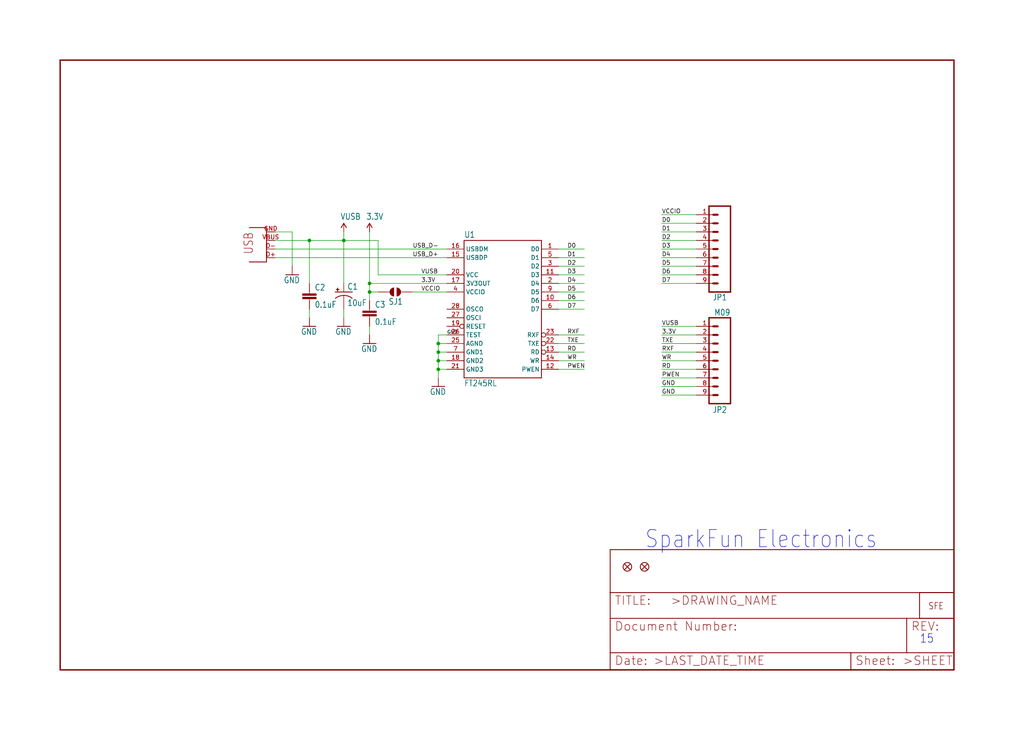
<source format=kicad_sch>
(kicad_sch (version 20211123) (generator eeschema)
  (paper "User" 302.666 218.846)
  (lib_symbols
    (symbol "eagleSchem-eagle-import:CAP0402-CAP"
      (property "Reference" "C" (at 1.524 2.921 0))
      (property "Value" "CAP0402-CAP" (at 1.524 -2.159 0))
      (symbol "CAP0402-CAP_1_0"
        (rectangle (start -2.032 0.508) (end 2.032 1.016) (fill (type outline)))
        (rectangle (start -2.032 1.524) (end 2.032 2.032) (fill (type outline)))
        (polyline (pts (xy 0 0) (xy 0 0.508)) (stroke (width 0.1524)))
        (polyline (pts (xy 0 2.54) (xy 0 2.032)) (stroke (width 0.1524)))
        (pin passive line (at 0 5.08 270) (length 2.54) (name "1") (number "1"))
        (pin passive line (at 0 -2.54 90) (length 2.54) (name "2") (number "2"))
      )
    )
    (symbol "eagleSchem-eagle-import:CAP_POL1206"
      (property "Reference" "C" (at 1.016 0.635 0))
      (property "Value" "CAP_POL1206" (at 1.016 -4.191 0))
      (symbol "CAP_POL1206_1_0"
        (rectangle (start -2.253 0.668) (end -1.364 0.795) (fill (type outline)))
        (rectangle (start -1.872 0.287) (end -1.745 1.176) (fill (type outline)))
        (arc (start 0 -1.0161) (mid -1.3021 -1.2302) (end -2.4669 -1.8504) (stroke (width 0.254)))
        (polyline (pts (xy -2.54 0) (xy 2.54 0)) (stroke (width 0.254)))
        (polyline (pts (xy 0 -1.016) (xy 0 -2.54)) (stroke (width 0.1524)))
        (arc (start 2.4892 -1.8542) (mid 1.3158 -1.2195) (end 0 -1) (stroke (width 0.254)))
        (pin passive line (at 0 2.54 270) (length 2.54) (name "+") (number "A"))
        (pin passive line (at 0 -5.08 90) (length 2.54) (name "-") (number "C"))
      )
    )
    (symbol "eagleSchem-eagle-import:DINA4_L"
      (symbol "DINA4_L_1_0"
        (polyline (pts (xy 0 0) (xy 264.16 0)) (stroke (width 0.4064)))
        (polyline (pts (xy 0 180.34) (xy 0 0)) (stroke (width 0.4064)))
        (polyline (pts (xy 264.16 0) (xy 264.16 180.34)) (stroke (width 0.4064)))
        (polyline (pts (xy 264.16 180.34) (xy 0 180.34)) (stroke (width 0.4064)))
      )
      (symbol "DINA4_L_2_0"
        (polyline (pts (xy 0 0) (xy 0 5.08)) (stroke (width 0.254)))
        (polyline (pts (xy 0 0) (xy 71.12 0)) (stroke (width 0.254)))
        (polyline (pts (xy 0 5.08) (xy 0 15.24)) (stroke (width 0.254)))
        (polyline (pts (xy 0 5.08) (xy 71.12 5.08)) (stroke (width 0.254)))
        (polyline (pts (xy 0 15.24) (xy 0 22.86)) (stroke (width 0.254)))
        (polyline (pts (xy 0 22.86) (xy 0 35.56)) (stroke (width 0.254)))
        (polyline (pts (xy 0 22.86) (xy 101.6 22.86)) (stroke (width 0.254)))
        (polyline (pts (xy 71.12 0) (xy 101.6 0)) (stroke (width 0.254)))
        (polyline (pts (xy 71.12 5.08) (xy 71.12 0)) (stroke (width 0.254)))
        (polyline (pts (xy 71.12 5.08) (xy 87.63 5.08)) (stroke (width 0.254)))
        (polyline (pts (xy 87.63 5.08) (xy 101.6 5.08)) (stroke (width 0.254)))
        (polyline (pts (xy 87.63 15.24) (xy 0 15.24)) (stroke (width 0.254)))
        (polyline (pts (xy 87.63 15.24) (xy 87.63 5.08)) (stroke (width 0.254)))
        (polyline (pts (xy 101.6 5.08) (xy 101.6 0)) (stroke (width 0.254)))
        (polyline (pts (xy 101.6 15.24) (xy 87.63 15.24)) (stroke (width 0.254)))
        (polyline (pts (xy 101.6 15.24) (xy 101.6 5.08)) (stroke (width 0.254)))
        (polyline (pts (xy 101.6 22.86) (xy 101.6 15.24)) (stroke (width 0.254)))
        (polyline (pts (xy 101.6 35.56) (xy 0 35.56)) (stroke (width 0.254)))
        (polyline (pts (xy 101.6 35.56) (xy 101.6 22.86)) (stroke (width 0.254)))
        (text ">DRAWING_NAME" (at 17.78 19.05 0) (effects (font (size 2.54 2.54)) (justify left bottom)))
        (text ">LAST_DATE_TIME" (at 12.7 1.27 0) (effects (font (size 2.54 2.54)) (justify left bottom)))
        (text ">SHEET" (at 86.36 1.27 0) (effects (font (size 2.54 2.54)) (justify left bottom)))
        (text "Date:" (at 1.27 1.27 0) (effects (font (size 2.54 2.54)) (justify left bottom)))
        (text "Document Number:" (at 1.27 11.43 0) (effects (font (size 2.54 2.54)) (justify left bottom)))
        (text "REV:" (at 88.9 11.43 0) (effects (font (size 2.54 2.54)) (justify left bottom)))
        (text "Sheet:" (at 72.39 1.27 0) (effects (font (size 2.54 2.54)) (justify left bottom)))
        (text "TITLE:" (at 1.27 19.05 0) (effects (font (size 2.54 2.54)) (justify left bottom)))
      )
    )
    (symbol "eagleSchem-eagle-import:FIDUCIAL1X2"
      (symbol "FIDUCIAL1X2_1_0"
        (polyline (pts (xy -0.762 0.762) (xy 0.762 -0.762)) (stroke (width 0.254)))
        (polyline (pts (xy 0.762 0.762) (xy -0.762 -0.762)) (stroke (width 0.254)))
        (circle (center 0 0) (radius 1.27) (stroke (width 0.254)))
      )
    )
    (symbol "eagleSchem-eagle-import:FT245RL"
      (property "Value" "FT245RL" (at -12.7 -22.86 0))
      (symbol "FT245RL_1_0"
        (polyline (pts (xy -12.7 -20.32) (xy -12.7 20.32)) (stroke (width 0.254)))
        (polyline (pts (xy -12.7 20.32) (xy 10.16 20.32)) (stroke (width 0.254)))
        (polyline (pts (xy 10.16 -20.32) (xy -12.7 -20.32)) (stroke (width 0.254)))
        (polyline (pts (xy 10.16 20.32) (xy 10.16 -20.32)) (stroke (width 0.254)))
        (pin output line (at 15.24 17.78 180) (length 5.08) (name "D0") (number "1"))
        (pin input line (at 15.24 2.54 180) (length 5.08) (name "D6") (number "10"))
        (pin input line (at 15.24 10.16 180) (length 5.08) (name "D3") (number "11"))
        (pin bidirectional line (at 15.24 -17.78 180) (length 5.08) (name "PWEN") (number "12"))
        (pin bidirectional inverted (at 15.24 -12.7 180) (length 5.08) (name "RD") (number "13"))
        (pin bidirectional line (at 15.24 -15.24 180) (length 5.08) (name "WR") (number "14"))
        (pin bidirectional line (at -17.78 15.24 0) (length 5.08) (name "USBDP") (number "15"))
        (pin bidirectional line (at -17.78 17.78 0) (length 5.08) (name "USBDM") (number "16"))
        (pin output line (at -17.78 7.62 0) (length 5.08) (name "3V3OUT") (number "17"))
        (pin power_in line (at -17.78 -15.24 0) (length 5.08) (name "GND2") (number "18"))
        (pin input inverted (at -17.78 -5.08 0) (length 5.08) (name "RESET") (number "19"))
        (pin output line (at 15.24 7.62 180) (length 5.08) (name "D4") (number "2"))
        (pin power_in line (at -17.78 10.16 0) (length 5.08) (name "VCC") (number "20"))
        (pin power_in line (at -17.78 -17.78 0) (length 5.08) (name "GND3") (number "21"))
        (pin bidirectional inverted (at 15.24 -10.16 180) (length 5.08) (name "TXE") (number "22"))
        (pin bidirectional inverted (at 15.24 -7.62 180) (length 5.08) (name "RXF") (number "23"))
        (pin power_in line (at -17.78 -10.16 0) (length 5.08) (name "AGND") (number "25"))
        (pin input line (at -17.78 -7.62 0) (length 5.08) (name "TEST") (number "26"))
        (pin input line (at -17.78 -2.54 0) (length 5.08) (name "OSCI") (number "27"))
        (pin output line (at -17.78 0 0) (length 5.08) (name "OSCO") (number "28"))
        (pin output line (at 15.24 12.7 180) (length 5.08) (name "D2") (number "3"))
        (pin power_in line (at -17.78 5.08 0) (length 5.08) (name "VCCIO") (number "4"))
        (pin input line (at 15.24 15.24 180) (length 5.08) (name "D1") (number "5"))
        (pin input line (at 15.24 0 180) (length 5.08) (name "D7") (number "6"))
        (pin power_in line (at -17.78 -12.7 0) (length 5.08) (name "GND1") (number "7"))
        (pin input line (at 15.24 5.08 180) (length 5.08) (name "D5") (number "9"))
      )
    )
    (symbol "eagleSchem-eagle-import:GND" (power)
      (property "Value" "GND" (at -2.54 -2.54 0))
      (symbol "GND_1_0"
        (polyline (pts (xy -1.905 0) (xy 1.905 0)) (stroke (width 0.254)))
        (pin power_in line (at 0 2.54 270) (length 2.54) (name "GND") (number "1"))
      )
    )
    (symbol "eagleSchem-eagle-import:LOGO-SFENEW"
      (symbol "LOGO-SFENEW_1_0"
        (polyline (pts (xy -2.54 -2.54) (xy 7.62 -2.54)) (stroke (width 0.254)))
        (polyline (pts (xy -2.54 5.08) (xy -2.54 -2.54)) (stroke (width 0.254)))
        (polyline (pts (xy 7.62 -2.54) (xy 7.62 5.08)) (stroke (width 0.254)))
        (polyline (pts (xy 7.62 5.08) (xy -2.54 5.08)) (stroke (width 0.254)))
        (text "SFE" (at 0 0 0) (effects (font (size 1.9304 1.6408)) (justify left bottom)))
      )
    )
    (symbol "eagleSchem-eagle-import:M09"
      (property "Reference" "JP" (at 0 16.51 0))
      (property "Value" "M09" (at 0 -15.24 0))
      (symbol "M09_1_0"
        (polyline (pts (xy 0 12.7) (xy 0 -12.7)) (stroke (width 0.4064)))
        (polyline (pts (xy 0 12.7) (xy 6.35 12.7)) (stroke (width 0.4064)))
        (polyline (pts (xy 3.81 -10.16) (xy 5.08 -10.16)) (stroke (width 0.6096)))
        (polyline (pts (xy 3.81 -7.62) (xy 5.08 -7.62)) (stroke (width 0.6096)))
        (polyline (pts (xy 3.81 -5.08) (xy 5.08 -5.08)) (stroke (width 0.6096)))
        (polyline (pts (xy 3.81 -2.54) (xy 5.08 -2.54)) (stroke (width 0.6096)))
        (polyline (pts (xy 3.81 0) (xy 5.08 0)) (stroke (width 0.6096)))
        (polyline (pts (xy 3.81 2.54) (xy 5.08 2.54)) (stroke (width 0.6096)))
        (polyline (pts (xy 3.81 5.08) (xy 5.08 5.08)) (stroke (width 0.6096)))
        (polyline (pts (xy 3.81 7.62) (xy 5.08 7.62)) (stroke (width 0.6096)))
        (polyline (pts (xy 3.81 10.16) (xy 5.08 10.16)) (stroke (width 0.6096)))
        (polyline (pts (xy 6.35 -12.7) (xy 0 -12.7)) (stroke (width 0.4064)))
        (polyline (pts (xy 6.35 -12.7) (xy 6.35 12.7)) (stroke (width 0.4064)))
        (pin passive line (at 10.16 -10.16 180) (length 5.08) (name "1") (number "1"))
        (pin passive line (at 10.16 -7.62 180) (length 5.08) (name "2") (number "2"))
        (pin passive line (at 10.16 -5.08 180) (length 5.08) (name "3") (number "3"))
        (pin passive line (at 10.16 -2.54 180) (length 5.08) (name "4") (number "4"))
        (pin passive line (at 10.16 0 180) (length 5.08) (name "5") (number "5"))
        (pin passive line (at 10.16 2.54 180) (length 5.08) (name "6") (number "6"))
        (pin passive line (at 10.16 5.08 180) (length 5.08) (name "7") (number "7"))
        (pin passive line (at 10.16 7.62 180) (length 5.08) (name "8") (number "8"))
        (pin passive line (at 10.16 10.16 180) (length 5.08) (name "9") (number "9"))
      )
    )
    (symbol "eagleSchem-eagle-import:SOLDERJUMPERNC2"
      (property "Reference" "SJ" (at -2.54 2.54 0))
      (symbol "SOLDERJUMPERNC2_1_0"
        (arc (start -0.381 1.2699) (mid -1.6508 0) (end -0.381 -1.2699) (stroke (width 0.0001)) (fill (type outline)))
        (polyline (pts (xy -2.54 0) (xy -1.651 0)) (stroke (width 0.1524)))
        (polyline (pts (xy 2.54 0) (xy 1.651 0)) (stroke (width 0.1524)))
        (arc (start 0.381 -1.2699) (mid 1.6508 0) (end 0.381 1.2699) (stroke (width 0.0001)) (fill (type outline)))
        (pin passive line (at -5.08 0 0) (length 2.54) (name "1") (number "1"))
        (pin passive line (at 5.08 0 180) (length 2.54) (name "2") (number "2"))
      )
    )
    (symbol "eagleSchem-eagle-import:USBSMD"
      (symbol "USBSMD_1_0"
        (polyline (pts (xy 0 -1.27) (xy 5.08 -1.27)) (stroke (width 0.254)))
        (polyline (pts (xy 0 8.89) (xy 0 -1.27)) (stroke (width 0.254)))
        (polyline (pts (xy 5.08 8.89) (xy 0 8.89)) (stroke (width 0.254)))
        (text "USB" (at 3.81 0 900) (effects (font (size 2.54 2.159)) (justify left bottom)))
        (pin bidirectional line (at -2.54 7.62 0) (length 2.54) (name "D+") (number "D+"))
        (pin bidirectional line (at -2.54 5.08 0) (length 2.54) (name "D-") (number "D-"))
        (pin bidirectional line (at -2.54 0 0) (length 2.54) (name "GND") (number "GND"))
        (pin bidirectional line (at -2.54 2.54 0) (length 2.54) (name "VBUS") (number "VBUS"))
      )
    )
    (symbol "eagleSchem-eagle-import:VCC" (power)
      (property "Value" "VCC" (at -1.016 3.556 0))
      (symbol "VCC_1_0"
        (polyline (pts (xy 0 2.54) (xy -0.762 1.27)) (stroke (width 0.254)))
        (polyline (pts (xy 0.762 1.27) (xy 0 2.54)) (stroke (width 0.254)))
        (pin power_in line (at 0 0 90) (length 2.54) (name "VCC") (number "1"))
      )
    )
  )
  (junction (at 129.54 101.6))
  (junction (at 101.6 71.12))
  (junction (at 109.22 86.36))
  (junction (at 109.22 83.82))
  (junction (at 129.54 106.68))
  (junction (at 129.54 104.14))
  (junction (at 91.44 71.12))
  (junction (at 129.54 109.22))
  (wire (pts (xy 165.1 109.22) (xy 172.72 109.22)))
  (wire (pts (xy 205.74 104.14) (xy 195.58 104.14)))
  (wire (pts (xy 129.54 106.68) (xy 129.54 109.22)))
  (wire (pts (xy 129.54 109.22) (xy 129.54 111.76)))
  (wire (pts (xy 165.1 76.2) (xy 172.72 76.2)))
  (wire (pts (xy 132.08 76.2) (xy 81.28 76.2)))
  (wire (pts (xy 205.74 99.06) (xy 195.58 99.06)))
  (wire (pts (xy 205.74 73.66) (xy 195.58 73.66)))
  (wire (pts (xy 165.1 104.14) (xy 172.72 104.14)))
  (wire (pts (xy 91.44 71.12) (xy 91.44 83.82)))
  (wire (pts (xy 165.1 99.06) (xy 172.72 99.06)))
  (wire (pts (xy 205.74 101.6) (xy 195.58 101.6)))
  (wire (pts (xy 111.76 86.36) (xy 109.22 86.36)))
  (wire (pts (xy 165.1 83.82) (xy 172.72 83.82)))
  (wire (pts (xy 101.6 93.98) (xy 101.6 91.44)))
  (wire (pts (xy 132.08 101.6) (xy 129.54 101.6)))
  (wire (pts (xy 132.08 83.82) (xy 109.22 83.82)))
  (wire (pts (xy 111.76 71.12) (xy 101.6 71.12)))
  (wire (pts (xy 205.74 78.74) (xy 195.58 78.74)))
  (wire (pts (xy 165.1 101.6) (xy 172.72 101.6)))
  (wire (pts (xy 205.74 66.04) (xy 195.58 66.04)))
  (wire (pts (xy 111.76 81.28) (xy 111.76 71.12)))
  (wire (pts (xy 109.22 86.36) (xy 109.22 83.82)))
  (wire (pts (xy 205.74 81.28) (xy 195.58 81.28)))
  (wire (pts (xy 109.22 96.52) (xy 109.22 99.06)))
  (wire (pts (xy 86.36 68.58) (xy 86.36 78.74)))
  (wire (pts (xy 91.44 71.12) (xy 101.6 71.12)))
  (wire (pts (xy 205.74 111.76) (xy 195.58 111.76)))
  (wire (pts (xy 165.1 81.28) (xy 172.72 81.28)))
  (wire (pts (xy 132.08 99.06) (xy 129.54 99.06)))
  (wire (pts (xy 165.1 88.9) (xy 172.72 88.9)))
  (wire (pts (xy 129.54 99.06) (xy 129.54 101.6)))
  (wire (pts (xy 101.6 68.58) (xy 101.6 71.12)))
  (wire (pts (xy 109.22 83.82) (xy 109.22 68.58)))
  (wire (pts (xy 109.22 86.36) (xy 109.22 88.9)))
  (wire (pts (xy 132.08 73.66) (xy 81.28 73.66)))
  (wire (pts (xy 81.28 71.12) (xy 91.44 71.12)))
  (wire (pts (xy 205.74 116.84) (xy 195.58 116.84)))
  (wire (pts (xy 205.74 114.3) (xy 195.58 114.3)))
  (wire (pts (xy 165.1 86.36) (xy 172.72 86.36)))
  (wire (pts (xy 165.1 73.66) (xy 172.72 73.66)))
  (wire (pts (xy 132.08 86.36) (xy 121.92 86.36)))
  (wire (pts (xy 205.74 68.58) (xy 195.58 68.58)))
  (wire (pts (xy 91.44 91.44) (xy 91.44 93.98)))
  (wire (pts (xy 81.28 68.58) (xy 86.36 68.58)))
  (wire (pts (xy 132.08 104.14) (xy 129.54 104.14)))
  (wire (pts (xy 129.54 104.14) (xy 129.54 106.68)))
  (wire (pts (xy 205.74 76.2) (xy 195.58 76.2)))
  (wire (pts (xy 129.54 101.6) (xy 129.54 104.14)))
  (wire (pts (xy 132.08 106.68) (xy 129.54 106.68)))
  (wire (pts (xy 165.1 91.44) (xy 172.72 91.44)))
  (wire (pts (xy 205.74 83.82) (xy 195.58 83.82)))
  (wire (pts (xy 205.74 63.5) (xy 195.58 63.5)))
  (wire (pts (xy 205.74 71.12) (xy 195.58 71.12)))
  (wire (pts (xy 205.74 109.22) (xy 195.58 109.22)))
  (wire (pts (xy 132.08 81.28) (xy 111.76 81.28)))
  (wire (pts (xy 165.1 78.74) (xy 172.72 78.74)))
  (wire (pts (xy 205.74 106.68) (xy 195.58 106.68)))
  (wire (pts (xy 132.08 109.22) (xy 129.54 109.22)))
  (wire (pts (xy 165.1 106.68) (xy 172.72 106.68)))
  (wire (pts (xy 101.6 71.12) (xy 101.6 83.82)))
  (wire (pts (xy 205.74 96.52) (xy 195.58 96.52)))
  (text "SparkFun Electronics" (at 190.5 162.56 180) (effects (font (size 5.08 4.318)) (justify left bottom)))
  (text "15" (at 271.78 190.5 180) (effects (font (size 2.54 2.159)) (justify left bottom)))
  (label "WR" (at 167.64 106.68 0) (effects (font (size 1.2446 1.2446))))
  (label "D4" (at 195.58 76.2 0) (effects (font (size 1.2446 1.2446))))
  (label "D6" (at 195.58 81.28 0) (effects (font (size 1.2446 1.2446))))
  (label "RD" (at 195.58 109.22 0) (effects (font (size 1.2446 1.2446))))
  (label "RXF" (at 195.58 104.14 0) (effects (font (size 1.2446 1.2446))))
  (label "GND" (at 195.58 114.3 0) (effects (font (size 1.2446 1.2446))))
  (label "USB_D-" (at 121.92 73.66 0) (effects (font (size 1.2446 1.2446))))
  (label "D1" (at 195.58 68.58 0) (effects (font (size 1.2446 1.2446))))
  (label "TXE" (at 167.64 101.6 0) (effects (font (size 1.2446 1.2446))))
  (label "GND" (at 195.58 116.84 0) (effects (font (size 1.2446 1.2446))))
  (label "D3" (at 195.58 73.66 0) (effects (font (size 1.2446 1.2446))))
  (label "GND" (at 132.08 99.06 0) (effects (font (size 1.016 1.016))))
  (label "D6" (at 167.64 88.9 0) (effects (font (size 1.2446 1.2446))))
  (label "PWEN" (at 195.58 111.76 0) (effects (font (size 1.2446 1.2446))))
  (label "3.3V" (at 124.46 83.82 0) (effects (font (size 1.2446 1.2446))))
  (label "D0" (at 167.64 73.66 0) (effects (font (size 1.2446 1.2446))))
  (label "D7" (at 167.64 91.44 0) (effects (font (size 1.2446 1.2446))))
  (label "D1" (at 167.64 76.2 0) (effects (font (size 1.2446 1.2446))))
  (label "RD" (at 167.64 104.14 0) (effects (font (size 1.2446 1.2446))))
  (label "WR" (at 195.58 106.68 0) (effects (font (size 1.2446 1.2446))))
  (label "D2" (at 167.64 78.74 0) (effects (font (size 1.2446 1.2446))))
  (label "USB_D+" (at 121.92 76.2 0) (effects (font (size 1.2446 1.2446))))
  (label "VCCIO" (at 195.58 63.5 0) (effects (font (size 1.2446 1.2446))))
  (label "D5" (at 167.64 86.36 0) (effects (font (size 1.2446 1.2446))))
  (label "3.3V" (at 195.58 99.06 0) (effects (font (size 1.2446 1.2446))))
  (label "RXF" (at 167.64 99.06 0) (effects (font (size 1.2446 1.2446))))
  (label "VCCIO" (at 124.46 86.36 0) (effects (font (size 1.2446 1.2446))))
  (label "D2" (at 195.58 71.12 0) (effects (font (size 1.2446 1.2446))))
  (label "D0" (at 195.58 66.04 0) (effects (font (size 1.2446 1.2446))))
  (label "VUSB" (at 124.46 81.28 0) (effects (font (size 1.2446 1.2446))))
  (label "D4" (at 167.64 83.82 0) (effects (font (size 1.2446 1.2446))))
  (label "TXE" (at 195.58 101.6 0) (effects (font (size 1.2446 1.2446))))
  (label "VUSB" (at 195.58 96.52 0) (effects (font (size 1.2446 1.2446))))
  (label "D5" (at 195.58 78.74 0) (effects (font (size 1.2446 1.2446))))
  (label "D7" (at 195.58 83.82 0) (effects (font (size 1.2446 1.2446))))
  (label "PWEN" (at 167.64 109.22 0) (effects (font (size 1.2446 1.2446))))
  (label "D3" (at 167.64 81.28 0) (effects (font (size 1.2446 1.2446))))
  (symbol (lib_id "eagleSchem-eagle-import:FT245RL") (at 149.86 91.44 0) (unit 1)
    (property "Reference" "U1" (at 137.16 70.358 0) (effects (font (size 1.778 1.5113)) (justify left bottom)))
    (property "Value" "FT245RL" (at 137.16 114.3 0) (effects (font (size 1.778 1.5113)) (justify left bottom)))
    (property "Footprint" "eagleSchem:SSOP28DB" (effects hide))
  )
  (symbol (lib_id "eagleSchem-eagle-import:USBSMD") (at 78.74 68.58 180) (unit 1)
    (property "Reference" "X2" (effects hide))
    (property "Value" "USBSMD" (effects hide))
    (property "Footprint" "eagleSchem:USB-MINIB" (effects hide))
  )
  (symbol (lib_id "eagleSchem-eagle-import:VCC") (at 109.22 68.58 0) (unit 1)
    (property "Reference" "#P+2" (effects hide))
    (property "Value" "3.3V" (at 108.204 65.024 0) (effects (font (size 1.778 1.5113)) (justify left bottom)))
    (property "Footprint" "eagleSchem:" (effects hide))
  )
  (symbol (lib_id "eagleSchem-eagle-import:DINA4_L") (at 17.78 198.12 0) (unit 1)
    (property "Reference" "#FRAME1" (effects hide))
    (property "Value" "DINA4_L" (effects hide))
    (property "Footprint" "eagleSchem:" (effects hide))
  )
  (symbol (lib_id "eagleSchem-eagle-import:SOLDERJUMPERNC2") (at 116.84 86.36 0) (unit 1)
    (property "Reference" "SJ1" (at 114.808 90.17 0) (effects (font (size 1.778 1.5113)) (justify left bottom)))
    (property "Value" "SOLDERJUMPERNC2" (effects hide))
    (property "Footprint" "eagleSchem:SJ_2S-NOTRACE" (effects hide))
  )
  (symbol (lib_id "eagleSchem-eagle-import:LOGO-SFENEW") (at 274.32 180.34 0) (unit 1)
    (property "Reference" "U$1" (effects hide))
    (property "Value" "LOGO-SFENEW" (effects hide))
    (property "Footprint" "eagleSchem:SFE-NEW-WEBLOGO" (effects hide))
  )
  (symbol (lib_id "eagleSchem-eagle-import:M09") (at 215.9 73.66 180) (unit 1)
    (property "Reference" "JP1" (at 210.566 88.9 0) (effects (font (size 1.778 1.5113)) (justify right top)))
    (property "Value" "M09" (effects hide))
    (property "Footprint" "eagleSchem:1X09" (effects hide))
  )
  (symbol (lib_id "eagleSchem-eagle-import:FIDUCIAL1X2") (at 190.5 167.64 0) (unit 1)
    (property "Reference" "JP4" (effects hide))
    (property "Value" "FIDUCIAL1X2" (effects hide))
    (property "Footprint" "eagleSchem:FIDUCIAL-1X2" (effects hide))
  )
  (symbol (lib_id "eagleSchem-eagle-import:GND") (at 101.6 96.52 0) (unit 1)
    (property "Reference" "#GND6" (effects hide))
    (property "Value" "GND" (at 99.06 99.06 0) (effects (font (size 1.778 1.5113)) (justify left bottom)))
    (property "Footprint" "eagleSchem:" (effects hide))
  )
  (symbol (lib_id "eagleSchem-eagle-import:DINA4_L") (at 180.34 198.12 0) (unit 2)
    (property "Reference" "#FRAME1" (effects hide))
    (property "Value" "DINA4_L" (effects hide))
    (property "Footprint" "eagleSchem:" (effects hide))
  )
  (symbol (lib_id "eagleSchem-eagle-import:CAP0402-CAP") (at 109.22 93.98 0) (unit 1)
    (property "Reference" "C3" (at 110.744 91.059 0) (effects (font (size 1.778 1.5113)) (justify left bottom)))
    (property "Value" "0.1uF" (at 110.744 96.139 0) (effects (font (size 1.778 1.5113)) (justify left bottom)))
    (property "Footprint" "eagleSchem:0402-CAP" (effects hide))
  )
  (symbol (lib_id "eagleSchem-eagle-import:FIDUCIAL1X2") (at 185.42 167.64 0) (unit 1)
    (property "Reference" "JP3" (effects hide))
    (property "Value" "FIDUCIAL1X2" (effects hide))
    (property "Footprint" "eagleSchem:FIDUCIAL-1X2" (effects hide))
  )
  (symbol (lib_id "eagleSchem-eagle-import:VCC") (at 101.6 68.58 0) (unit 1)
    (property "Reference" "#P+3" (effects hide))
    (property "Value" "VUSB" (at 100.584 65.024 0) (effects (font (size 1.778 1.5113)) (justify left bottom)))
    (property "Footprint" "eagleSchem:" (effects hide))
  )
  (symbol (lib_id "eagleSchem-eagle-import:GND") (at 129.54 114.3 0) (unit 1)
    (property "Reference" "#GND0" (effects hide))
    (property "Value" "GND" (at 127 116.84 0) (effects (font (size 1.778 1.5113)) (justify left bottom)))
    (property "Footprint" "eagleSchem:" (effects hide))
  )
  (symbol (lib_id "eagleSchem-eagle-import:CAP0402-CAP") (at 91.44 88.9 0) (unit 1)
    (property "Reference" "C2" (at 92.964 85.979 0) (effects (font (size 1.778 1.5113)) (justify left bottom)))
    (property "Value" "0.1uF" (at 92.964 91.059 0) (effects (font (size 1.778 1.5113)) (justify left bottom)))
    (property "Footprint" "eagleSchem:0402-CAP" (effects hide))
  )
  (symbol (lib_id "eagleSchem-eagle-import:M09") (at 215.9 106.68 180) (unit 1)
    (property "Reference" "JP2" (at 210.566 122.174 0) (effects (font (size 1.778 1.5113)) (justify right top)))
    (property "Value" "M09" (at 215.9 91.44 0) (effects (font (size 1.778 1.5113)) (justify left bottom)))
    (property "Footprint" "eagleSchem:1X09" (effects hide))
  )
  (symbol (lib_id "eagleSchem-eagle-import:CAP_POL1206") (at 101.6 86.36 0) (unit 1)
    (property "Reference" "C1" (at 102.616 85.725 0) (effects (font (size 1.778 1.5113)) (justify left bottom)))
    (property "Value" "10uF" (at 102.616 90.551 0) (effects (font (size 1.778 1.5113)) (justify left bottom)))
    (property "Footprint" "eagleSchem:CPOL_1206" (effects hide))
  )
  (symbol (lib_id "eagleSchem-eagle-import:GND") (at 109.22 101.6 0) (unit 1)
    (property "Reference" "#GND1" (effects hide))
    (property "Value" "GND" (at 106.68 104.14 0) (effects (font (size 1.778 1.5113)) (justify left bottom)))
    (property "Footprint" "eagleSchem:" (effects hide))
  )
  (symbol (lib_id "eagleSchem-eagle-import:GND") (at 86.36 81.28 0) (unit 1)
    (property "Reference" "#GND4" (effects hide))
    (property "Value" "GND" (at 83.82 83.82 0) (effects (font (size 1.778 1.5113)) (justify left bottom)))
    (property "Footprint" "eagleSchem:" (effects hide))
  )
  (symbol (lib_id "eagleSchem-eagle-import:GND") (at 91.44 96.52 0) (unit 1)
    (property "Reference" "#GND5" (effects hide))
    (property "Value" "GND" (at 88.9 99.06 0) (effects (font (size 1.778 1.5113)) (justify left bottom)))
    (property "Footprint" "eagleSchem:" (effects hide))
  )
)
</source>
